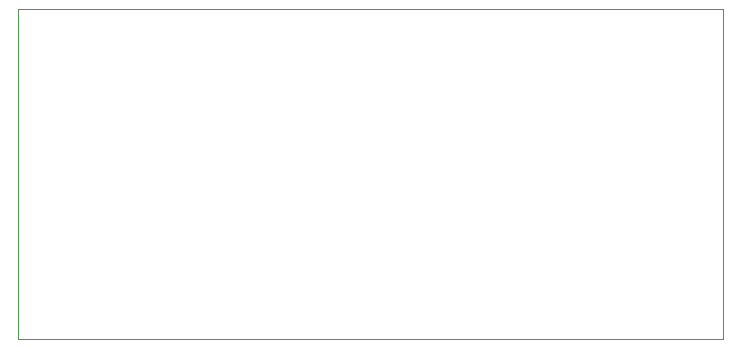
<source format=gm1>
%TF.GenerationSoftware,KiCad,Pcbnew,(5.1.12)-1*%
%TF.CreationDate,2021-12-23T01:28:27-05:00*%
%TF.ProjectId,555_Badge,3535355f-4261-4646-9765-2e6b69636164,v01*%
%TF.SameCoordinates,Original*%
%TF.FileFunction,Profile,NP*%
%FSLAX46Y46*%
G04 Gerber Fmt 4.6, Leading zero omitted, Abs format (unit mm)*
G04 Created by KiCad (PCBNEW (5.1.12)-1) date 2021-12-23 01:28:27*
%MOMM*%
%LPD*%
G01*
G04 APERTURE LIST*
%TA.AperFunction,Profile*%
%ADD10C,0.025400*%
%TD*%
G04 APERTURE END LIST*
D10*
X40640000Y-134620000D02*
X40640000Y-106680000D01*
X100330000Y-106680000D02*
X40640000Y-106680000D01*
X100330000Y-134620000D02*
X100330000Y-106680000D01*
X40640000Y-134620000D02*
X100330000Y-134620000D01*
M02*

</source>
